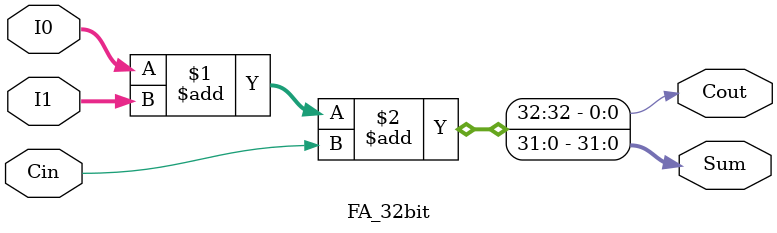
<source format=v>
module FA_32bit(
    input wire [31:0] I0,
    input wire [31:0] I1,
    input wire Cin,
    output wire [31:0] Sum,
    output wire Cout
);

    assign {Cout, Sum} = I0 + I1 + Cin;

endmodule
</source>
